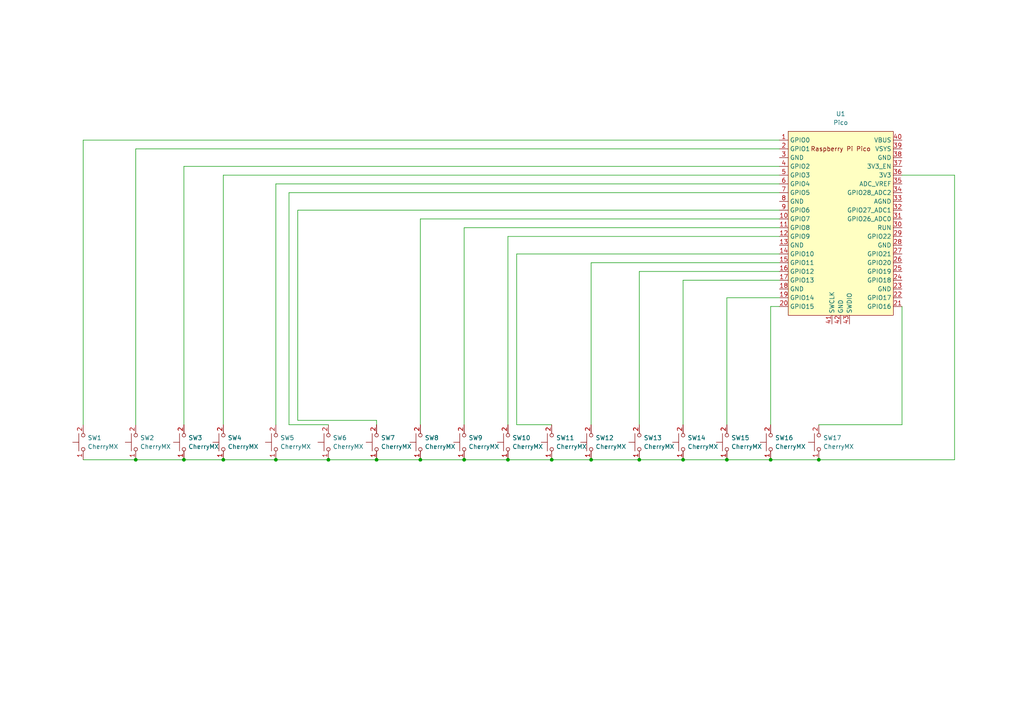
<source format=kicad_sch>
(kicad_sch (version 20211123) (generator eeschema)
  (paper "A4")
  (lib_symbols
    (symbol "CherryMX:CherryMX" (pin_names (offset 0.254))
      (property "Reference" "SW" (at 2.54 3.175 0))
      (property "Value" "CherryMX" (at 0 -1.905 0))
      (symbol "CherryMX_1_1"
        (circle (center -2.032 0) (radius 0.508))
        (polyline (pts (xy 0 1.27) (xy 0 3.048)))
        (polyline (pts (xy 2.54 1.27) (xy -2.54 1.27)))
        (circle (center 2.032 0) (radius 0.508))
        (pin passive line (at -5.08 0 0) (length 2.54) (name "~") (number "1"))
        (pin passive line (at 5.08 0 180) (length 2.54) (name "~") (number "2"))
      )
    )
    (symbol "MCU_RaspberryPi_and_Boards:Pico"
      (property "Reference" "U" (at -13.97 27.94 0))
      (property "Value" "Pico" (at 0 19.05 0))
      (symbol "Pico_0_0"
        (text "Raspberry Pi Pico" (at 0 21.59 0) (effects (font (size 1.27 1.27))))
      )
      (symbol "Pico_0_1"
        (rectangle (start -15.24 26.67) (end 15.24 -26.67) (fill (type background)))
      )
      (symbol "Pico_1_1"
        (pin bidirectional line (at -17.78 24.13 0) (length 2.54) (name "GPIO0") (number "1"))
        (pin bidirectional line (at -17.78 1.27 0) (length 2.54) (name "GPIO7") (number "10"))
        (pin bidirectional line (at -17.78 -1.27 0) (length 2.54) (name "GPIO8") (number "11"))
        (pin bidirectional line (at -17.78 -3.81 0) (length 2.54) (name "GPIO9") (number "12"))
        (pin power_in line (at -17.78 -6.35 0) (length 2.54) (name "GND") (number "13"))
        (pin bidirectional line (at -17.78 -8.89 0) (length 2.54) (name "GPIO10") (number "14"))
        (pin bidirectional line (at -17.78 -11.43 0) (length 2.54) (name "GPIO11") (number "15"))
        (pin bidirectional line (at -17.78 -13.97 0) (length 2.54) (name "GPIO12") (number "16"))
        (pin bidirectional line (at -17.78 -16.51 0) (length 2.54) (name "GPIO13") (number "17"))
        (pin power_in line (at -17.78 -19.05 0) (length 2.54) (name "GND") (number "18"))
        (pin bidirectional line (at -17.78 -21.59 0) (length 2.54) (name "GPIO14") (number "19"))
        (pin bidirectional line (at -17.78 21.59 0) (length 2.54) (name "GPIO1") (number "2"))
        (pin bidirectional line (at -17.78 -24.13 0) (length 2.54) (name "GPIO15") (number "20"))
        (pin bidirectional line (at 17.78 -24.13 180) (length 2.54) (name "GPIO16") (number "21"))
        (pin bidirectional line (at 17.78 -21.59 180) (length 2.54) (name "GPIO17") (number "22"))
        (pin power_in line (at 17.78 -19.05 180) (length 2.54) (name "GND") (number "23"))
        (pin bidirectional line (at 17.78 -16.51 180) (length 2.54) (name "GPIO18") (number "24"))
        (pin bidirectional line (at 17.78 -13.97 180) (length 2.54) (name "GPIO19") (number "25"))
        (pin bidirectional line (at 17.78 -11.43 180) (length 2.54) (name "GPIO20") (number "26"))
        (pin bidirectional line (at 17.78 -8.89 180) (length 2.54) (name "GPIO21") (number "27"))
        (pin power_in line (at 17.78 -6.35 180) (length 2.54) (name "GND") (number "28"))
        (pin bidirectional line (at 17.78 -3.81 180) (length 2.54) (name "GPIO22") (number "29"))
        (pin power_in line (at -17.78 19.05 0) (length 2.54) (name "GND") (number "3"))
        (pin input line (at 17.78 -1.27 180) (length 2.54) (name "RUN") (number "30"))
        (pin bidirectional line (at 17.78 1.27 180) (length 2.54) (name "GPIO26_ADC0") (number "31"))
        (pin bidirectional line (at 17.78 3.81 180) (length 2.54) (name "GPIO27_ADC1") (number "32"))
        (pin power_in line (at 17.78 6.35 180) (length 2.54) (name "AGND") (number "33"))
        (pin bidirectional line (at 17.78 8.89 180) (length 2.54) (name "GPIO28_ADC2") (number "34"))
        (pin power_in line (at 17.78 11.43 180) (length 2.54) (name "ADC_VREF") (number "35"))
        (pin power_in line (at 17.78 13.97 180) (length 2.54) (name "3V3") (number "36"))
        (pin input line (at 17.78 16.51 180) (length 2.54) (name "3V3_EN") (number "37"))
        (pin bidirectional line (at 17.78 19.05 180) (length 2.54) (name "GND") (number "38"))
        (pin power_in line (at 17.78 21.59 180) (length 2.54) (name "VSYS") (number "39"))
        (pin bidirectional line (at -17.78 16.51 0) (length 2.54) (name "GPIO2") (number "4"))
        (pin power_in line (at 17.78 24.13 180) (length 2.54) (name "VBUS") (number "40"))
        (pin input line (at -2.54 -29.21 90) (length 2.54) (name "SWCLK") (number "41"))
        (pin power_in line (at 0 -29.21 90) (length 2.54) (name "GND") (number "42"))
        (pin bidirectional line (at 2.54 -29.21 90) (length 2.54) (name "SWDIO") (number "43"))
        (pin bidirectional line (at -17.78 13.97 0) (length 2.54) (name "GPIO3") (number "5"))
        (pin bidirectional line (at -17.78 11.43 0) (length 2.54) (name "GPIO4") (number "6"))
        (pin bidirectional line (at -17.78 8.89 0) (length 2.54) (name "GPIO5") (number "7"))
        (pin power_in line (at -17.78 6.35 0) (length 2.54) (name "GND") (number "8"))
        (pin bidirectional line (at -17.78 3.81 0) (length 2.54) (name "GPIO6") (number "9"))
      )
    )
  )
  (junction (at 109.22 133.35))
  (junction (at 160.02 133.35))
  (junction (at 185.42 133.35))
  (junction (at 53.34 133.35))
  (junction (at 210.82 133.35))
  (junction (at 121.92 133.35))
  (junction (at 237.49 133.35))
  (junction (at 147.32 133.35))
  (junction (at 95.25 133.35))
  (junction (at 64.77 133.35))
  (junction (at 80.01 133.35))
  (junction (at 223.52 133.35))
  (junction (at 171.45 133.35))
  (junction (at 134.62 133.35))
  (junction (at 198.12 133.35))
  (junction (at 39.37 133.35))
  (wire (pts (xy 109.22 121.92) (xy 109.22 123.19)))
  (wire (pts (xy 226.06 40.64) (xy 24.13 40.64)))
  (wire (pts (xy 121.92 133.35) (xy 134.62 133.35)))
  (wire (pts (xy 226.06 63.5) (xy 121.92 63.5)))
  (wire (pts (xy 121.92 63.5) (xy 121.92 123.19)))
  (wire (pts (xy 198.12 133.35) (xy 210.82 133.35)))
  (wire (pts (xy 149.86 73.66) (xy 149.86 123.19)))
  (wire (pts (xy 86.36 121.92) (xy 109.22 121.92)))
  (wire (pts (xy 86.36 60.96) (xy 86.36 121.92)))
  (wire (pts (xy 226.06 43.18) (xy 39.37 43.18)))
  (wire (pts (xy 226.06 68.58) (xy 147.32 68.58)))
  (wire (pts (xy 226.06 60.96) (xy 86.36 60.96)))
  (wire (pts (xy 134.62 66.04) (xy 134.62 123.19)))
  (wire (pts (xy 226.06 76.2) (xy 171.45 76.2)))
  (wire (pts (xy 276.86 133.35) (xy 276.86 50.8)))
  (wire (pts (xy 171.45 76.2) (xy 171.45 123.19)))
  (wire (pts (xy 149.86 123.19) (xy 160.02 123.19)))
  (wire (pts (xy 237.49 133.35) (xy 276.86 133.35)))
  (wire (pts (xy 226.06 78.74) (xy 185.42 78.74)))
  (wire (pts (xy 134.62 133.35) (xy 147.32 133.35)))
  (wire (pts (xy 226.06 66.04) (xy 134.62 66.04)))
  (wire (pts (xy 53.34 133.35) (xy 64.77 133.35)))
  (wire (pts (xy 261.62 88.9) (xy 261.62 123.19)))
  (wire (pts (xy 210.82 86.36) (xy 210.82 123.19)))
  (wire (pts (xy 210.82 133.35) (xy 223.52 133.35)))
  (wire (pts (xy 226.06 53.34) (xy 80.01 53.34)))
  (wire (pts (xy 39.37 43.18) (xy 39.37 123.19)))
  (wire (pts (xy 226.06 81.28) (xy 198.12 81.28)))
  (wire (pts (xy 226.06 88.9) (xy 223.52 88.9)))
  (wire (pts (xy 83.82 55.88) (xy 83.82 123.19)))
  (wire (pts (xy 80.01 53.34) (xy 80.01 123.19)))
  (wire (pts (xy 64.77 50.8) (xy 64.77 123.19)))
  (wire (pts (xy 80.01 133.35) (xy 95.25 133.35)))
  (wire (pts (xy 261.62 123.19) (xy 237.49 123.19)))
  (wire (pts (xy 64.77 133.35) (xy 80.01 133.35)))
  (wire (pts (xy 185.42 78.74) (xy 185.42 123.19)))
  (wire (pts (xy 226.06 48.26) (xy 53.34 48.26)))
  (wire (pts (xy 147.32 133.35) (xy 160.02 133.35)))
  (wire (pts (xy 226.06 86.36) (xy 210.82 86.36)))
  (wire (pts (xy 83.82 123.19) (xy 95.25 123.19)))
  (wire (pts (xy 171.45 133.35) (xy 185.42 133.35)))
  (wire (pts (xy 39.37 133.35) (xy 53.34 133.35)))
  (wire (pts (xy 226.06 55.88) (xy 83.82 55.88)))
  (wire (pts (xy 24.13 133.35) (xy 39.37 133.35)))
  (wire (pts (xy 147.32 68.58) (xy 147.32 123.19)))
  (wire (pts (xy 53.34 48.26) (xy 53.34 123.19)))
  (wire (pts (xy 24.13 40.64) (xy 24.13 123.19)))
  (wire (pts (xy 223.52 88.9) (xy 223.52 123.19)))
  (wire (pts (xy 95.25 133.35) (xy 109.22 133.35)))
  (wire (pts (xy 109.22 133.35) (xy 121.92 133.35)))
  (wire (pts (xy 226.06 50.8) (xy 64.77 50.8)))
  (wire (pts (xy 185.42 133.35) (xy 198.12 133.35)))
  (wire (pts (xy 198.12 81.28) (xy 198.12 123.19)))
  (wire (pts (xy 226.06 73.66) (xy 149.86 73.66)))
  (wire (pts (xy 160.02 133.35) (xy 171.45 133.35)))
  (wire (pts (xy 276.86 50.8) (xy 261.62 50.8)))
  (wire (pts (xy 223.52 133.35) (xy 237.49 133.35)))
  (symbol (lib_id "CherryMX:CherryMX") (at 237.49 128.27 90) (unit 1)
    (property "Reference" "SW17" (at 238.76 126.9999 90) (effects (justify right)))
    (property "Value" "CherryMX" (at 238.76 129.5399 90) (effects (justify right)))
    (property "Footprint" "CherryMX:CherryMX_2.00u" (effects hide))
  )
  (symbol (lib_id "CherryMX:CherryMX") (at 95.25 128.27 90) (unit 1)
    (property "Reference" "SW6" (at 96.52 126.9999 90) (effects (justify right)))
    (property "Value" "CherryMX" (at 96.52 129.5399 90) (effects (justify right)))
    (property "Footprint" "CherryMX:CherryMX_1.00u" (effects hide))
  )
  (symbol (lib_id "CherryMX:CherryMX") (at 109.22 128.27 90) (unit 1)
    (property "Reference" "SW7" (at 110.49 126.9999 90) (effects (justify right)))
    (property "Value" "CherryMX" (at 110.49 129.5399 90) (effects (justify right)))
    (property "Footprint" "CherryMX:CherryMX_1.00u" (effects hide))
  )
  (symbol (lib_id "CherryMX:CherryMX") (at 39.37 128.27 90) (unit 1)
    (property "Reference" "SW2" (at 40.64 126.9999 90) (effects (justify right)))
    (property "Value" "CherryMX" (at 40.64 129.5399 90) (effects (justify right)))
    (property "Footprint" "CherryMX:CherryMX_1.00u" (effects hide))
  )
  (symbol (lib_id "MCU_RaspberryPi_and_Boards:Pico") (at 243.84 64.77 0) (unit 1)
    (property "Reference" "U1" (at 243.84 33.02 0))
    (property "Value" "Pico" (at 243.84 35.56 0))
    (property "Footprint" "MCU_RaspberryPi_and_Boards:RPi_Pico_SMD_TH" (effects hide))
  )
  (symbol (lib_id "CherryMX:CherryMX") (at 64.77 128.27 90) (unit 1)
    (property "Reference" "SW4" (at 66.04 126.9999 90) (effects (justify right)))
    (property "Value" "CherryMX" (at 66.04 129.5399 90) (effects (justify right)))
    (property "Footprint" "CherryMX:CherryMX_1.00u" (effects hide))
  )
  (symbol (lib_id "CherryMX:CherryMX") (at 24.13 128.27 90) (unit 1)
    (property "Reference" "SW1" (at 25.4 126.9999 90) (effects (justify right)))
    (property "Value" "CherryMX" (at 25.4 129.5399 90) (effects (justify right)))
    (property "Footprint" "CherryMX:CherryMX_1.00u" (effects hide))
  )
  (symbol (lib_id "CherryMX:CherryMX") (at 121.92 128.27 90) (unit 1)
    (property "Reference" "SW8" (at 123.19 126.9999 90) (effects (justify right)))
    (property "Value" "CherryMX" (at 123.19 129.5399 90) (effects (justify right)))
    (property "Footprint" "CherryMX:CherryMX_1.00u" (effects hide))
  )
  (symbol (lib_id "CherryMX:CherryMX") (at 80.01 128.27 90) (unit 1)
    (property "Reference" "SW5" (at 81.28 126.9999 90) (effects (justify right)))
    (property "Value" "CherryMX" (at 81.28 129.5399 90) (effects (justify right)))
    (property "Footprint" "CherryMX:CherryMX_1.00u" (effects hide))
  )
  (symbol (lib_id "CherryMX:CherryMX") (at 223.52 128.27 90) (unit 1)
    (property "Reference" "SW16" (at 224.79 126.9999 90) (effects (justify right)))
    (property "Value" "CherryMX" (at 224.79 129.5399 90) (effects (justify right)))
    (property "Footprint" "CherryMX:CherryMX_2.00u" (effects hide))
  )
  (symbol (lib_id "CherryMX:CherryMX") (at 171.45 128.27 90) (unit 1)
    (property "Reference" "SW12" (at 172.72 126.9999 90) (effects (justify right)))
    (property "Value" "CherryMX" (at 172.72 129.5399 90) (effects (justify right)))
    (property "Footprint" "CherryMX:CherryMX_1.00u" (effects hide))
  )
  (symbol (lib_id "CherryMX:CherryMX") (at 210.82 128.27 90) (unit 1)
    (property "Reference" "SW15" (at 212.09 126.9999 90) (effects (justify right)))
    (property "Value" "CherryMX" (at 212.09 129.5399 90) (effects (justify right)))
    (property "Footprint" "CherryMX:CherryMX_2.00u" (effects hide))
  )
  (symbol (lib_id "CherryMX:CherryMX") (at 198.12 128.27 90) (unit 1)
    (property "Reference" "SW14" (at 199.39 126.9999 90) (effects (justify right)))
    (property "Value" "CherryMX" (at 199.39 129.5399 90) (effects (justify right)))
    (property "Footprint" "CherryMX:CherryMX_1.00u" (effects hide))
  )
  (symbol (lib_id "CherryMX:CherryMX") (at 134.62 128.27 90) (unit 1)
    (property "Reference" "SW9" (at 135.89 126.9999 90) (effects (justify right)))
    (property "Value" "CherryMX" (at 135.89 129.5399 90) (effects (justify right)))
    (property "Footprint" "CherryMX:CherryMX_1.00u" (effects hide))
  )
  (symbol (lib_id "CherryMX:CherryMX") (at 147.32 128.27 90) (unit 1)
    (property "Reference" "SW10" (at 148.59 126.9999 90) (effects (justify right)))
    (property "Value" "CherryMX" (at 148.59 129.5399 90) (effects (justify right)))
    (property "Footprint" "CherryMX:CherryMX_1.00u" (effects hide))
  )
  (symbol (lib_id "CherryMX:CherryMX") (at 160.02 128.27 90) (unit 1)
    (property "Reference" "SW11" (at 161.29 126.9999 90) (effects (justify right)))
    (property "Value" "CherryMX" (at 161.29 129.5399 90) (effects (justify right)))
    (property "Footprint" "CherryMX:CherryMX_1.00u" (effects hide))
  )
  (symbol (lib_id "CherryMX:CherryMX") (at 53.34 128.27 90) (unit 1)
    (property "Reference" "SW3" (at 54.61 126.9999 90) (effects (justify right)))
    (property "Value" "CherryMX" (at 54.61 129.5399 90) (effects (justify right)))
    (property "Footprint" "CherryMX:CherryMX_1.00u" (effects hide))
  )
  (symbol (lib_id "CherryMX:CherryMX") (at 185.42 128.27 90) (unit 1)
    (property "Reference" "SW13" (at 186.69 126.9999 90) (effects (justify right)))
    (property "Value" "CherryMX" (at 186.69 129.5399 90) (effects (justify right)))
    (property "Footprint" "CherryMX:CherryMX_1.00u" (effects hide))
  )
)
</source>
